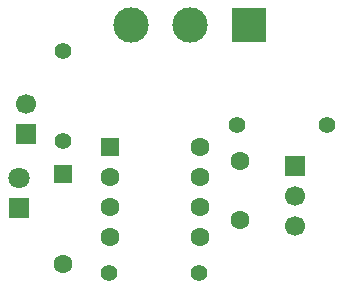
<source format=gbr>
%TF.GenerationSoftware,KiCad,Pcbnew,9.0.7*%
%TF.CreationDate,2026-01-30T20:24:23+05:30*%
%TF.ProjectId,Servo motor tester,53657276-6f20-46d6-9f74-6f7220746573,rev?*%
%TF.SameCoordinates,Original*%
%TF.FileFunction,Soldermask,Bot*%
%TF.FilePolarity,Negative*%
%FSLAX46Y46*%
G04 Gerber Fmt 4.6, Leading zero omitted, Abs format (unit mm)*
G04 Created by KiCad (PCBNEW 9.0.7) date 2026-01-30 20:24:23*
%MOMM*%
%LPD*%
G01*
G04 APERTURE LIST*
G04 Aperture macros list*
%AMRoundRect*
0 Rectangle with rounded corners*
0 $1 Rounding radius*
0 $2 $3 $4 $5 $6 $7 $8 $9 X,Y pos of 4 corners*
0 Add a 4 corners polygon primitive as box body*
4,1,4,$2,$3,$4,$5,$6,$7,$8,$9,$2,$3,0*
0 Add four circle primitives for the rounded corners*
1,1,$1+$1,$2,$3*
1,1,$1+$1,$4,$5*
1,1,$1+$1,$6,$7*
1,1,$1+$1,$8,$9*
0 Add four rect primitives between the rounded corners*
20,1,$1+$1,$2,$3,$4,$5,0*
20,1,$1+$1,$4,$5,$6,$7,0*
20,1,$1+$1,$6,$7,$8,$9,0*
20,1,$1+$1,$8,$9,$2,$3,0*%
G04 Aperture macros list end*
%ADD10C,3.000000*%
%ADD11R,3.000000X3.000000*%
%ADD12RoundRect,0.250000X-0.550000X-0.550000X0.550000X-0.550000X0.550000X0.550000X-0.550000X0.550000X0*%
%ADD13C,1.600000*%
%ADD14C,1.400000*%
%ADD15R,1.700000X1.700000*%
%ADD16C,1.700000*%
%ADD17R,1.800000X1.800000*%
%ADD18C,1.800000*%
%ADD19RoundRect,0.250000X-0.550000X0.550000X-0.550000X-0.550000X0.550000X-0.550000X0.550000X0.550000X0*%
G04 APERTURE END LIST*
D10*
%TO.C,RV1*%
X122500000Y-69000000D03*
X127500000Y-69000000D03*
D11*
X132500000Y-69000000D03*
%TD*%
D12*
%TO.C,U1*%
X120750000Y-79380000D03*
D13*
X120750000Y-81920000D03*
X120750000Y-84460000D03*
X120750000Y-87000000D03*
X128370000Y-87000000D03*
X128370000Y-84460000D03*
X128370000Y-81920000D03*
X128370000Y-79380000D03*
%TD*%
D14*
%TO.C,R3*%
X116750000Y-78810000D03*
X116750000Y-71190000D03*
%TD*%
%TO.C,R2*%
X131440000Y-77500000D03*
X139060000Y-77500000D03*
%TD*%
%TO.C,R1*%
X120630000Y-90000000D03*
X128250000Y-90000000D03*
%TD*%
D15*
%TO.C,J2*%
X136365000Y-80920000D03*
D16*
X136365000Y-83460000D03*
X136365000Y-86000000D03*
%TD*%
D15*
%TO.C,J1*%
X113635000Y-78275000D03*
D16*
X113635000Y-75735000D03*
%TD*%
D17*
%TO.C,D2*%
X113000000Y-84500000D03*
D18*
X113000000Y-81960000D03*
%TD*%
D19*
%TO.C,D1*%
X116750000Y-81630000D03*
D13*
X116750000Y-89250000D03*
%TD*%
%TO.C,C1*%
X131750000Y-85500000D03*
X131750000Y-80500000D03*
%TD*%
M02*

</source>
